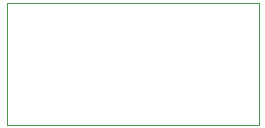
<source format=gbr>
G04 #@! TF.GenerationSoftware,KiCad,Pcbnew,(5.1.4)-1*
G04 #@! TF.CreationDate,2020-03-20T01:19:46-05:00*
G04 #@! TF.ProjectId,MAX31850 Breakout,4d415833-3138-4353-9020-427265616b6f,rev?*
G04 #@! TF.SameCoordinates,Original*
G04 #@! TF.FileFunction,Profile,NP*
%FSLAX46Y46*%
G04 Gerber Fmt 4.6, Leading zero omitted, Abs format (unit mm)*
G04 Created by KiCad (PCBNEW (5.1.4)-1) date 2020-03-20 01:19:46*
%MOMM*%
%LPD*%
G04 APERTURE LIST*
%ADD10C,0.050000*%
G04 APERTURE END LIST*
D10*
X39243000Y-76454000D02*
X39243000Y-66167000D01*
X60579000Y-76454000D02*
X39243000Y-76454000D01*
X60579000Y-66167000D02*
X60579000Y-76454000D01*
X39243000Y-66167000D02*
X60579000Y-66167000D01*
M02*

</source>
